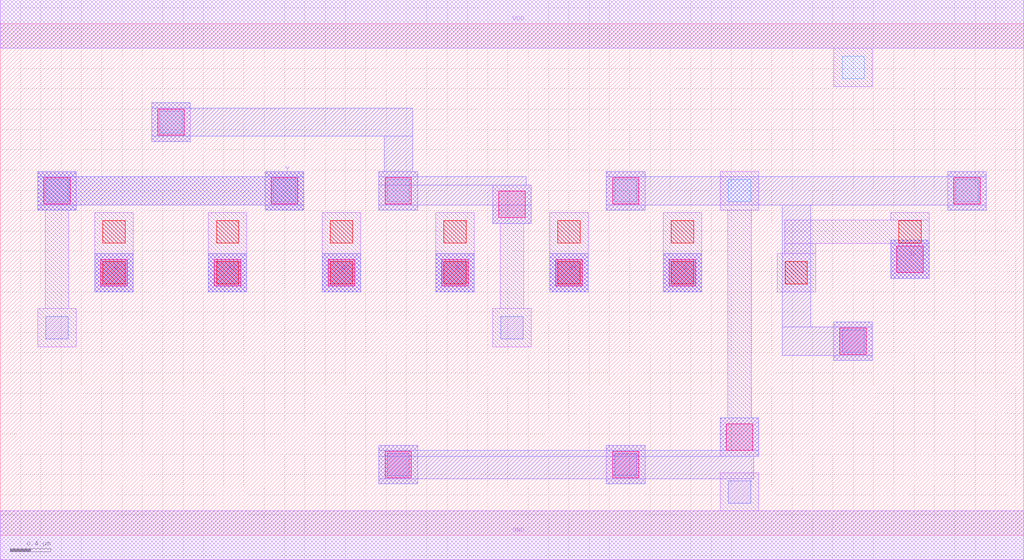
<source format=lef>
MACRO AOAOI3211
 CLASS CORE ;
 FOREIGN AOAOI3211 0 0 ;
 SIZE 10.08 BY 5.04 ;
 ORIGIN 0 0 ;
 SYMMETRY X Y R90 ;
 SITE unit ;
  PIN VDD
   DIRECTION INOUT ;
   USE POWER ;
   SHAPE ABUTMENT ;
    PORT
     CLASS CORE ;
       LAYER met1 ;
        RECT 0.00000000 4.80000000 10.08000000 5.28000000 ;
    END
  END VDD

  PIN GND
   DIRECTION INOUT ;
   USE POWER ;
   SHAPE ABUTMENT ;
    PORT
     CLASS CORE ;
       LAYER met1 ;
        RECT 0.00000000 -0.24000000 10.08000000 0.24000000 ;
    END
  END GND

  PIN Y
   DIRECTION INOUT ;
   USE SIGNAL ;
   SHAPE ABUTMENT ;
    PORT
     CLASS CORE ;
       LAYER met2 ;
        RECT 0.37000000 3.20700000 0.75000000 3.25700000 ;
        RECT 2.61000000 3.20700000 2.99000000 3.25700000 ;
        RECT 0.37000000 3.25700000 2.99000000 3.53700000 ;
        RECT 0.37000000 3.53700000 0.75000000 3.58700000 ;
        RECT 2.61000000 3.53700000 2.99000000 3.58700000 ;
    END
  END Y

  PIN B
   DIRECTION INOUT ;
   USE SIGNAL ;
   SHAPE ABUTMENT ;
    PORT
     CLASS CORE ;
       LAYER met2 ;
        RECT 4.29000000 2.39700000 4.67000000 2.77700000 ;
    END
  END B

  PIN A
   DIRECTION INOUT ;
   USE SIGNAL ;
   SHAPE ABUTMENT ;
    PORT
     CLASS CORE ;
       LAYER met2 ;
        RECT 0.93000000 2.39700000 1.31000000 2.77700000 ;
    END
  END A

  PIN C
   DIRECTION INOUT ;
   USE SIGNAL ;
   SHAPE ABUTMENT ;
    PORT
     CLASS CORE ;
       LAYER met2 ;
        RECT 6.53000000 2.39700000 6.91000000 2.77700000 ;
    END
  END C

  PIN A2
   DIRECTION INOUT ;
   USE SIGNAL ;
   SHAPE ABUTMENT ;
    PORT
     CLASS CORE ;
       LAYER met2 ;
        RECT 3.17000000 2.39700000 3.55000000 2.77700000 ;
    END
  END A2

  PIN D
   DIRECTION INOUT ;
   USE SIGNAL ;
   SHAPE ABUTMENT ;
    PORT
     CLASS CORE ;
       LAYER met2 ;
        RECT 8.77000000 2.53200000 9.15000000 2.91200000 ;
    END
  END D

  PIN A1
   DIRECTION INOUT ;
   USE SIGNAL ;
   SHAPE ABUTMENT ;
    PORT
     CLASS CORE ;
       LAYER met2 ;
        RECT 2.05000000 2.39700000 2.43000000 2.77700000 ;
    END
  END A1

  PIN B1
   DIRECTION INOUT ;
   USE SIGNAL ;
   SHAPE ABUTMENT ;
    PORT
     CLASS CORE ;
       LAYER met2 ;
        RECT 5.41000000 2.39700000 5.79000000 2.77700000 ;
    END
  END B1

 OBS
    LAYER polycont ;
     RECT 1.01000000 2.47700000 1.23000000 2.69700000 ;
     RECT 2.13000000 2.47700000 2.35000000 2.69700000 ;
     RECT 3.25000000 2.47700000 3.47000000 2.69700000 ;
     RECT 4.37000000 2.47700000 4.59000000 2.69700000 ;
     RECT 5.49000000 2.47700000 5.71000000 2.69700000 ;
     RECT 6.61000000 2.47700000 6.83000000 2.69700000 ;
     RECT 7.73000000 2.47700000 7.95000000 2.69700000 ;
     RECT 1.01000000 2.88200000 1.23000000 3.10200000 ;
     RECT 2.13000000 2.88200000 2.35000000 3.10200000 ;
     RECT 3.25000000 2.88200000 3.47000000 3.10200000 ;
     RECT 4.37000000 2.88200000 4.59000000 3.10200000 ;
     RECT 5.49000000 2.88200000 5.71000000 3.10200000 ;
     RECT 6.61000000 2.88200000 6.83000000 3.10200000 ;
     RECT 8.85000000 2.88200000 9.07000000 3.10200000 ;

    LAYER pdiffc ;
     RECT 0.45000000 3.28700000 0.67000000 3.50700000 ;
     RECT 2.69000000 3.28700000 2.91000000 3.50700000 ;
     RECT 3.81000000 3.28700000 4.03000000 3.50700000 ;
     RECT 6.05000000 3.28700000 6.27000000 3.50700000 ;
     RECT 7.17000000 3.28700000 7.39000000 3.50700000 ;
     RECT 9.41000000 3.28700000 9.63000000 3.50700000 ;
     RECT 1.57000000 3.96200000 1.79000000 4.18200000 ;
     RECT 8.29000000 4.50200000 8.51000000 4.72200000 ;

    LAYER ndiffc ;
     RECT 7.17000000 0.31700000 7.39000000 0.53700000 ;
     RECT 3.81000000 0.58700000 4.03000000 0.80700000 ;
     RECT 6.05000000 0.58700000 6.27000000 0.80700000 ;
     RECT 8.29000000 1.80200000 8.51000000 2.02200000 ;
     RECT 0.45000000 1.93700000 0.67000000 2.15700000 ;
     RECT 4.93000000 1.93700000 5.15000000 2.15700000 ;

    LAYER met1 ;
     RECT 0.00000000 -0.24000000 10.08000000 0.24000000 ;
     RECT 7.09000000 0.24000000 7.47000000 0.61700000 ;
     RECT 3.73000000 0.50700000 4.11000000 0.88700000 ;
     RECT 5.97000000 0.50700000 6.35000000 0.88700000 ;
     RECT 8.21000000 1.72200000 8.59000000 2.10200000 ;
     RECT 0.93000000 2.39700000 1.31000000 3.18200000 ;
     RECT 2.05000000 2.39700000 2.43000000 3.18200000 ;
     RECT 3.17000000 2.39700000 3.55000000 3.18200000 ;
     RECT 4.29000000 2.39700000 4.67000000 3.18200000 ;
     RECT 5.41000000 2.39700000 5.79000000 3.18200000 ;
     RECT 6.53000000 2.39700000 6.91000000 3.18200000 ;
     RECT 7.65000000 2.39700000 8.03000000 2.77700000 ;
     RECT 7.72500000 2.77700000 8.03000000 2.87700000 ;
     RECT 8.77000000 2.53200000 9.15000000 2.87700000 ;
     RECT 7.72500000 2.87700000 9.15000000 3.10700000 ;
     RECT 8.77000000 3.10700000 9.15000000 3.18200000 ;
     RECT 4.85000000 1.85700000 5.23000000 2.23700000 ;
     RECT 4.92500000 2.23700000 5.15500000 3.07200000 ;
     RECT 4.85000000 3.07200000 5.23000000 3.45200000 ;
     RECT 0.37000000 1.85700000 0.75000000 2.23700000 ;
     RECT 0.44500000 2.23700000 0.67500000 3.20700000 ;
     RECT 0.37000000 3.20700000 0.75000000 3.58700000 ;
     RECT 2.61000000 3.20700000 2.99000000 3.58700000 ;
     RECT 3.73000000 3.20700000 4.11000000 3.58700000 ;
     RECT 5.97000000 3.20700000 6.35000000 3.58700000 ;
     RECT 7.09000000 0.77700000 7.47000000 1.15700000 ;
     RECT 7.16500000 1.15700000 7.39500000 3.20700000 ;
     RECT 7.09000000 3.20700000 7.47000000 3.58700000 ;
     RECT 9.33000000 3.20700000 9.71000000 3.58700000 ;
     RECT 1.49000000 3.88200000 1.87000000 4.26200000 ;
     RECT 8.21000000 4.42200000 8.59000000 4.80000000 ;
     RECT 0.00000000 4.80000000 10.08000000 5.28000000 ;

    LAYER via1 ;
     RECT 3.79000000 0.56700000 4.05000000 0.82700000 ;
     RECT 6.03000000 0.56700000 6.29000000 0.82700000 ;
     RECT 7.15000000 0.83700000 7.41000000 1.09700000 ;
     RECT 8.27000000 1.78200000 8.53000000 2.04200000 ;
     RECT 0.99000000 2.45700000 1.25000000 2.71700000 ;
     RECT 2.11000000 2.45700000 2.37000000 2.71700000 ;
     RECT 3.23000000 2.45700000 3.49000000 2.71700000 ;
     RECT 4.35000000 2.45700000 4.61000000 2.71700000 ;
     RECT 5.47000000 2.45700000 5.73000000 2.71700000 ;
     RECT 6.59000000 2.45700000 6.85000000 2.71700000 ;
     RECT 8.83000000 2.59200000 9.09000000 2.85200000 ;
     RECT 4.91000000 3.13200000 5.17000000 3.39200000 ;
     RECT 0.43000000 3.26700000 0.69000000 3.52700000 ;
     RECT 2.67000000 3.26700000 2.93000000 3.52700000 ;
     RECT 3.79000000 3.26700000 4.05000000 3.52700000 ;
     RECT 6.03000000 3.26700000 6.29000000 3.52700000 ;
     RECT 9.39000000 3.26700000 9.65000000 3.52700000 ;
     RECT 1.55000000 3.94200000 1.81000000 4.20200000 ;

    LAYER met2 ;
     RECT 3.73000000 0.50700000 4.11000000 0.55700000 ;
     RECT 5.97000000 0.50700000 6.35000000 0.55700000 ;
     RECT 3.73000000 0.55700000 7.42000000 0.77700000 ;
     RECT 3.73000000 0.77700000 7.47000000 0.83700000 ;
     RECT 3.73000000 0.83700000 4.11000000 0.88700000 ;
     RECT 5.97000000 0.83700000 6.35000000 0.88700000 ;
     RECT 7.09000000 0.83700000 7.47000000 1.15700000 ;
     RECT 0.93000000 2.39700000 1.31000000 2.77700000 ;
     RECT 2.05000000 2.39700000 2.43000000 2.77700000 ;
     RECT 3.17000000 2.39700000 3.55000000 2.77700000 ;
     RECT 4.29000000 2.39700000 4.67000000 2.77700000 ;
     RECT 5.41000000 2.39700000 5.79000000 2.77700000 ;
     RECT 6.53000000 2.39700000 6.91000000 2.77700000 ;
     RECT 8.77000000 2.53200000 9.15000000 2.91200000 ;
     RECT 0.37000000 3.20700000 0.75000000 3.25700000 ;
     RECT 2.61000000 3.20700000 2.99000000 3.25700000 ;
     RECT 0.37000000 3.25700000 2.99000000 3.53700000 ;
     RECT 0.37000000 3.53700000 0.75000000 3.58700000 ;
     RECT 2.61000000 3.53700000 2.99000000 3.58700000 ;
     RECT 8.21000000 1.72200000 8.59000000 1.77200000 ;
     RECT 7.70000000 1.77200000 8.59000000 2.05200000 ;
     RECT 8.21000000 2.05200000 8.59000000 2.10200000 ;
     RECT 5.97000000 3.20700000 6.35000000 3.25700000 ;
     RECT 7.70000000 2.05200000 7.98000000 3.25700000 ;
     RECT 9.33000000 3.20700000 9.71000000 3.25700000 ;
     RECT 5.97000000 3.25700000 9.71000000 3.53700000 ;
     RECT 5.97000000 3.53700000 6.35000000 3.58700000 ;
     RECT 9.33000000 3.53700000 9.71000000 3.58700000 ;
     RECT 3.73000000 3.20700000 4.11000000 3.25700000 ;
     RECT 4.85000000 3.07200000 5.23000000 3.25700000 ;
     RECT 3.73000000 3.25700000 5.23000000 3.45200000 ;
     RECT 3.73000000 3.45200000 5.18000000 3.53700000 ;
     RECT 3.73000000 3.53700000 4.11000000 3.58700000 ;
     RECT 1.49000000 3.88200000 1.87000000 3.93200000 ;
     RECT 3.78000000 3.58700000 4.06000000 3.93200000 ;
     RECT 1.49000000 3.93200000 4.06000000 4.21200000 ;
     RECT 1.49000000 4.21200000 1.87000000 4.26200000 ;

 END
END AOAOI3211

</source>
